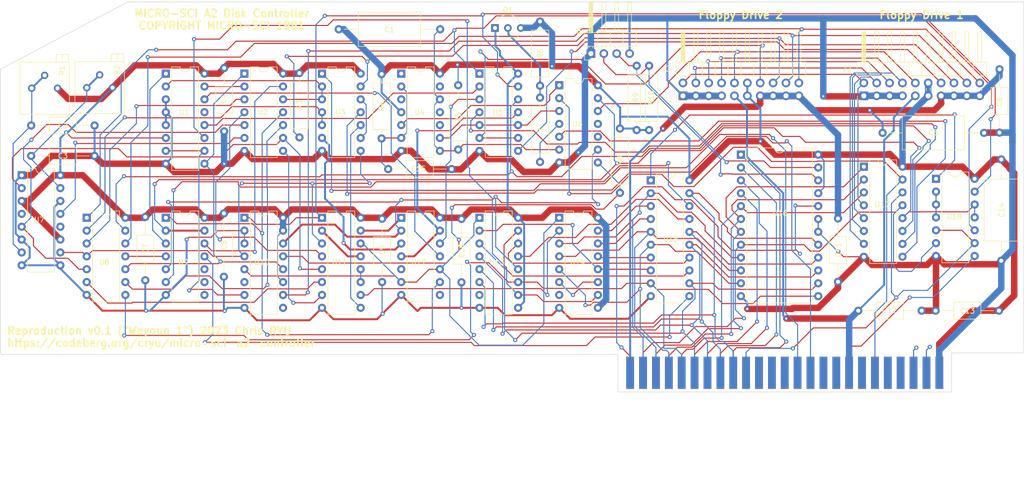
<source format=kicad_pcb>
(kicad_pcb (version 20221018) (generator pcbnew)

  (general
    (thickness 1.6)
  )

  (paper "A4")
  (layers
    (0 "F.Cu" signal)
    (31 "B.Cu" signal)
    (32 "B.Adhes" user "B.Adhesive")
    (33 "F.Adhes" user "F.Adhesive")
    (34 "B.Paste" user)
    (35 "F.Paste" user)
    (36 "B.SilkS" user "B.Silkscreen")
    (37 "F.SilkS" user "F.Silkscreen")
    (38 "B.Mask" user)
    (39 "F.Mask" user)
    (40 "Dwgs.User" user "User.Drawings")
    (41 "Cmts.User" user "User.Comments")
    (42 "Eco1.User" user "User.Eco1")
    (43 "Eco2.User" user "User.Eco2")
    (44 "Edge.Cuts" user)
    (45 "Margin" user)
    (46 "B.CrtYd" user "B.Courtyard")
    (47 "F.CrtYd" user "F.Courtyard")
    (48 "B.Fab" user)
    (49 "F.Fab" user)
    (50 "User.1" user)
    (51 "User.2" user)
    (52 "User.3" user)
    (53 "User.4" user)
    (54 "User.5" user)
    (55 "User.6" user)
    (56 "User.7" user)
    (57 "User.8" user)
    (58 "User.9" user)
  )

  (setup
    (stackup
      (layer "F.SilkS" (type "Top Silk Screen"))
      (layer "F.Paste" (type "Top Solder Paste"))
      (layer "F.Mask" (type "Top Solder Mask") (thickness 0.01))
      (layer "F.Cu" (type "copper") (thickness 0.035))
      (layer "dielectric 1" (type "core") (thickness 1.51) (material "FR4") (epsilon_r 4.5) (loss_tangent 0.02))
      (layer "B.Cu" (type "copper") (thickness 0.035))
      (layer "B.Mask" (type "Bottom Solder Mask") (thickness 0.01))
      (layer "B.Paste" (type "Bottom Solder Paste"))
      (layer "B.SilkS" (type "Bottom Silk Screen"))
      (copper_finish "None")
      (dielectric_constraints no)
    )
    (pad_to_mask_clearance 0)
    (pcbplotparams
      (layerselection 0x00010fc_ffffffff)
      (plot_on_all_layers_selection 0x0000000_00000000)
      (disableapertmacros false)
      (usegerberextensions false)
      (usegerberattributes true)
      (usegerberadvancedattributes true)
      (creategerberjobfile true)
      (dashed_line_dash_ratio 12.000000)
      (dashed_line_gap_ratio 3.000000)
      (svgprecision 4)
      (plotframeref false)
      (viasonmask false)
      (mode 1)
      (useauxorigin false)
      (hpglpennumber 1)
      (hpglpenspeed 20)
      (hpglpendiameter 15.000000)
      (dxfpolygonmode true)
      (dxfimperialunits true)
      (dxfusepcbnewfont true)
      (psnegative false)
      (psa4output false)
      (plotreference true)
      (plotvalue true)
      (plotinvisibletext false)
      (sketchpadsonfab false)
      (subtractmaskfromsilk false)
      (outputformat 1)
      (mirror false)
      (drillshape 1)
      (scaleselection 1)
      (outputdirectory "")
    )
  )

  (net 0 "")
  (net 1 "+5V")
  (net 2 "Net-(U4B-THR)")
  (net 3 "Net-(U7B-RCext)")
  (net 4 "GND")
  (net 5 "Net-(U7A-RCext)")
  (net 6 "Net-(J1-~{DMAIN})")
  (net 7 "Net-(J1-~{INTIN})")
  (net 8 "unconnected-(J1-~{DMA}-Pad22)")
  (net 9 "unconnected-(J1-~{RDY}-Pad21)")
  (net 10 "unconnected-(J1-~{IOSTRB}-Pad20)")
  (net 11 "unconnected-(J1-SYNC-Pad19)")
  (net 12 "R{slash}~{W}")
  (net 13 "unconnected-(J1-A15-Pad17)")
  (net 14 "unconnected-(J1-A14-Pad16)")
  (net 15 "unconnected-(J1-A13-Pad15)")
  (net 16 "unconnected-(J1-A12-Pad14)")
  (net 17 "unconnected-(J1-A11-Pad13)")
  (net 18 "unconnected-(J1-A10-Pad12)")
  (net 19 "unconnected-(J1-A9-Pad11)")
  (net 20 "unconnected-(J1-A8-Pad10)")
  (net 21 "A7")
  (net 22 "A6")
  (net 23 "A5")
  (net 24 "A4")
  (net 25 "A3")
  (net 26 "A2")
  (net 27 "A1")
  (net 28 "A0")
  (net 29 "~{IOSEL}")
  (net 30 "unconnected-(J1-~{NMI}-Pad29)")
  (net 31 "unconnected-(J1-~{IRQ}-Pad30)")
  (net 32 "~{RESET}")
  (net 33 "unconnected-(J1-~{INH}-Pad32)")
  (net 34 "-12V")
  (net 35 "-5V")
  (net 36 "unconnected-(J1-COLORREF{slash}M2B0-Pad35)")
  (net 37 "7M")
  (net 38 "Q3")
  (net 39 "unconnected-(J1-PHI1-Pad38)")
  (net 40 "unconnected-(J1-USER1{slash}SYNC{slash}M2SEL-Pad39)")
  (net 41 "unconnected-(J1-PHI0-Pad40)")
  (net 42 "~{DEVSEL}")
  (net 43 "D7")
  (net 44 "D6")
  (net 45 "D5")
  (net 46 "D4")
  (net 47 "D3")
  (net 48 "D2")
  (net 49 "D1")
  (net 50 "D0")
  (net 51 "+12V")
  (net 52 "PH0")
  (net 53 "PH1")
  (net 54 "PH2")
  (net 55 "PH3")
  (net 56 "~{WREQ}")
  (net 57 "~{EN.A}")
  (net 58 "RD")
  (net 59 "WR")
  (net 60 "PWM")
  (net 61 "~{EN.B}")
  (net 62 "Net-(J4-Pin_2)")
  (net 63 "Net-(J4-Pin_3)")
  (net 64 "Net-(U4A-THR)")
  (net 65 "Net-(R7-Pad1)")
  (net 66 "U10_13")
  (net 67 "Net-(U1-~{MR})")
  (net 68 "Net-(U1-CP)")
  (net 69 "Net-(U1-CEP)")
  (net 70 "Net-(U1-~{PE})")
  (net 71 "Net-(U1-Q3)")
  (net 72 "Net-(U1-Q2)")
  (net 73 "unconnected-(U1-Q1-Pad13)")
  (net 74 "U12_11")
  (net 75 "Net-(U1-TC)")
  (net 76 "Net-(U2-Pad3)")
  (net 77 "Net-(U11-D1)")
  (net 78 "U7_5")
  (net 79 "U7_13")
  (net 80 "U11_7")
  (net 81 "U7_2")
  (net 82 "Net-(U2-Pad10)")
  (net 83 "Net-(U12B-Q)")
  (net 84 "Net-(U2-Pad13)")
  (net 85 "Net-(U3-Pad4)")
  (net 86 "U12_3")
  (net 87 "Net-(U10A-C)")
  (net 88 "Net-(U3-Pad12)")
  (net 89 "Net-(U11-Cp)")
  (net 90 "unconnected-(U4A-DIS-Pad1)")
  (net 91 "unconnected-(U4A-CV-Pad3)")
  (net 92 "Net-(U4A-Q)")
  (net 93 "Net-(U4B-Q)")
  (net 94 "unconnected-(U4B-R-Pad10)")
  (net 95 "unconnected-(U4B-CV-Pad11)")
  (net 96 "unconnected-(U4B-DIS-Pad13)")
  (net 97 "U12_12")
  (net 98 "U17_10")
  (net 99 "U12_13")
  (net 100 "U17_11")
  (net 101 "U11_1")
  (net 102 "U17_9")
  (net 103 "U10_14")
  (net 104 "unconnected-(U6-Pad10)")
  (net 105 "unconnected-(U6-Pad11)")
  (net 106 "Net-(U17-Q7)")
  (net 107 "unconnected-(U7A-~{Q}-Pad4)")
  (net 108 "unconnected-(U7B-~{Q}-Pad12)")
  (net 109 "Net-(U13-S1)")
  (net 110 "Net-(U11-D2)")
  (net 111 "U13_11")
  (net 112 "Net-(U8-Pad11)")
  (net 113 "LATCH_D7")
  (net 114 "unconnected-(U9-Pad8)")
  (net 115 "unconnected-(U9-Pad9)")
  (net 116 "unconnected-(U9-Pad10)")
  (net 117 "U15_11")
  (net 118 "U12_6")
  (net 119 "unconnected-(U10A-Q-Pad6)")
  (net 120 "unconnected-(U10B-~{Q}-Pad9)")
  (net 121 "Net-(U11-D4)")
  (net 122 "U11_10")
  (net 123 "Net-(U11-D3)")
  (net 124 "Net-(U11-Q5)")
  (net 125 "unconnected-(U12A-Q-Pad5)")
  (net 126 "unconnected-(U12B-~{Q}-Pad8)")
  (net 127 "LATCH_D3")
  (net 128 "unconnected-(U13-Dsl-Pad7)")
  (net 129 "LATCH_D6")
  (net 130 "LATCH_D5")
  (net 131 "LATCH_D4")
  (net 132 "unconnected-(U14-Dsl-Pad7)")
  (net 133 "LATCH_D2")
  (net 134 "LATCH_D1")
  (net 135 "LATCH_D0")
  (net 136 "Net-(U15-OE)")
  (net 137 "Net-(U18-Pad2)")
  (net 138 "+5C")
  (net 139 "Net-(Q1-B)")

  (footprint "Package_DIP:DIP-16_W7.62mm" (layer "F.Cu") (at 93.65 103.61))

  (footprint "Capacitor_THT:C_Axial_L12.0mm_D6.5mm_P20.00mm_Horizontal" (layer "F.Cu") (at 219.5 86.85))

  (footprint "Capacitor_THT:C_Axial_L5.1mm_D3.1mm_P12.50mm_Horizontal" (layer "F.Cu") (at 51.6 91.4))

  (footprint "Capacitor_THT:C_Axial_L5.1mm_D3.1mm_P12.50mm_Horizontal" (layer "F.Cu") (at 210.7 103.75 -90))

  (footprint "Resistor_THT:R_Axial_DIN0309_L9.0mm_D3.2mm_P12.70mm_Horizontal" (layer "F.Cu") (at 151.95 92.6 90))

  (footprint "Package_DIP:DIP-16_W7.62mm" (layer "F.Cu") (at 108.95 103.61))

  (footprint "Capacitor_THT:C_Axial_L5.1mm_D3.1mm_P12.50mm_Horizontal" (layer "F.Cu") (at 120.8 103.8 -90))

  (footprint "Capacitor_THT:C_Axial_L5.1mm_D3.1mm_P12.50mm_Horizontal" (layer "F.Cu") (at 214.7 121.95))

  (footprint "Resistor_THT:R_Axial_DIN0309_L9.0mm_D3.2mm_P12.70mm_Horizontal" (layer "F.Cu") (at 173.45 86.3 90))

  (footprint "Capacitor_THT:C_Axial_L12.0mm_D6.5mm_P20.00mm_Horizontal" (layer "F.Cu") (at 112.25 66.4))

  (footprint "Capacitor_THT:C_Axial_L5.1mm_D3.1mm_P12.50mm_Horizontal" (layer "F.Cu") (at 89.6 102.75 -90))

  (footprint "Package_TO_SOT_THT:TO-92_Inline_Wide" (layer "F.Cu") (at 143.06 66.15))

  (footprint "Package_DIP:DIP-14_W7.62mm" (layer "F.Cu") (at 108.95 75.16))

  (footprint "Potentiometer_THT:Potentiometer_Bourns_3299P_Horizontal" (layer "F.Cu") (at 67.64 77.94 -90))

  (footprint "Capacitor_THT:C_Axial_L5.1mm_D3.1mm_P12.50mm_Horizontal" (layer "F.Cu") (at 74.1 103.45 -90))

  (footprint "Resistor_THT:R_Axial_DIN0309_L9.0mm_D3.2mm_P12.70mm_Horizontal" (layer "F.Cu") (at 151.95 64.85 -90))

  (footprint "Resistor_THT:R_Axial_DIN0309_L9.0mm_D3.2mm_P12.70mm_Horizontal" (layer "F.Cu") (at 135.8 77.45 -90))

  (footprint "Capacitor_THT:C_Axial_L5.1mm_D3.1mm_P12.50mm_Horizontal" (layer "F.Cu") (at 136.45 103.85 -90))

  (footprint "Package_DIP:DIP-14_W7.62mm" (layer "F.Cu") (at 124.58 75.16))

  (footprint "Resistor_THT:R_Axial_DIN0309_L9.0mm_D3.2mm_P12.70mm_Horizontal" (layer "F.Cu") (at 120.7 87.95 90))

  (footprint "Package_DIP:DIP-20_W7.62mm" (layer "F.Cu") (at 173.78 96.23))

  (footprint "apple2:Male_Card-Edge_50_pin__100_mil" (layer "F.Cu") (at 200.2 134.2))

  (footprint "Capacitor_THT:C_Axial_L5.1mm_D3.1mm_P12.50mm_Horizontal" (layer "F.Cu") (at 89.65 74.05 -90))

  (footprint "Resistor_THT:R_Axial_DIN0309_L9.0mm_D3.2mm_P12.70mm_Horizontal" (layer "F.Cu") (at 167.7 86 -90))

  (footprint "Package_DIP:DIP-16_W7.62mm" (layer "F.Cu") (at 155.73 103.61))

  (footprint "Capacitor_THT:C_Axial_L5.1mm_D3.1mm_P12.50mm_Horizontal" (layer "F.Cu") (at 122 94))

  (footprint "Capacitor_THT:C_Axial_L5.1mm_D3.1mm_P12.50mm_Horizontal" (layer "F.Cu") (at 51.6 85.4))

  (footprint "Package_DIP:DIP-16_W7.62mm" (layer "F.Cu") (at 140 103.61))

  (footprint "Package_DIP:DIP-16_W7.62mm" (layer "F.Cu") (at 49.73 95.22))

  (footprint "Capacitor_THT:C_Axial_L12.0mm_D6.5mm_P20.00mm_Horizontal" (layer "F.Cu") (at 242.9 92.1 -90))

  (footprint "Package_DIP:DIP-24_W15.24mm" (layer "F.Cu") (at 191.56 91.15))

  (footprint "Potentiometer_THT:Potentiometer_Bourns_3299P_Horizontal" (layer "F.Cu") (at 56.79 78.04 -90))

  (footprint "Package_DIP:DIP-14_W7.62mm" (layer "F.Cu") (at 230.03 95.92))

  (footprint "Resistor_THT:R_Axial_DIN0309_L9.0mm_D3.2mm_P12.70mm_Horizontal" (layer "F.Cu") (at 104.5 75.05 -90))

  (footprint "Package_DIP:DIP-14_W7.62mm" (layer "F.Cu") (at 78.15 103.61))

  (footprint "Capacitor_THT:C_Axial_L5.1mm_D3.1mm_P12.50mm_Horizontal" (layer "F.Cu") (at 242.55 74.3 -90))

  (footprint "Package_DIP:DIP-14_W7.62mm" (layer "F.Cu")
    (tstamp c5666bfe-9423-4d3b-972d-447a344b615a)
    (at 124.58 103.61)
    (descr "14-lead though-hole mounted DIP package, row spacing 7.62 mm (300 mils)")
    (tags "THT DIP DIL PDIP 2.54mm 7.62mm 300mil")
    (property "Sheetfile" "MicroSci Floppy Controller.kicad_sch")
    (property "Sheetname" "")
    (property "ki_description" "Dual D Flip-flop, Set & Reset")
    (property "ki_keywords" "TTL DFF")
    (path "/54912835-6d1a-4be1-b806-caa1dca6f03f")
    (attr through_hole)
    (fp_text reference "U12" (at 3.45 8.79) (layer "F.SilkS")
        (effects (font (size 1 1) (thickness 0.15)))
      (tstamp 938139ee-1dc3-
... [329335 chars truncated]
</source>
